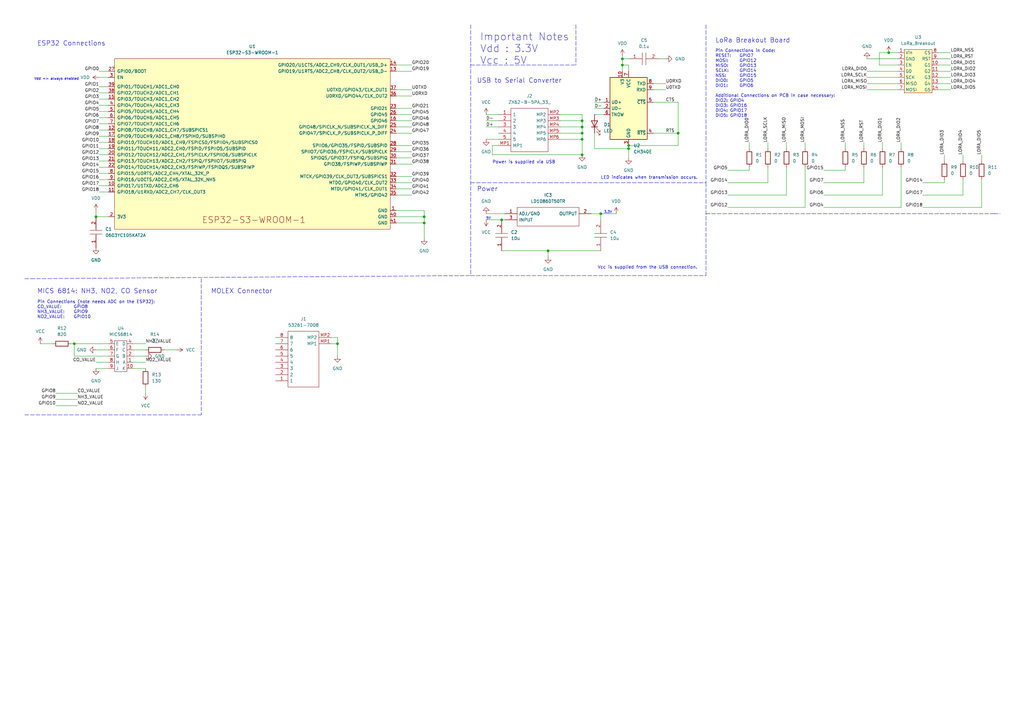
<source format=kicad_sch>
(kicad_sch (version 20211123) (generator eeschema)
  (paper "A3")
  (title_block (title "AirU") (rev "0"))
  (lib_symbols
    (symbol "0603YC104J4T4A:0603YC104J4T4A" (pin_names (offset 0.762))
      (property "Reference" "C" (at 8.89 6.35 0))
      (property "Value" "0603YC104J4T4A" (at 8.89 3.81 0))
      (symbol "0603YC104J4T4A_0_0"
        (pin passive line (at 0 0 0) (length 5.08) (name "~") (number "1"))
        (pin passive line (at 12.7 0 180) (length 5.08) (name "~") (number "2"))
      )
      (symbol "0603YC104J4T4A_0_1"
        (polyline (pts (xy 5.08 0) (xy 5.588 0)) (stroke (width 0.1524)))
        (polyline (pts (xy 5.588 2.54) (xy 5.588 -2.54)) (stroke (width 0.1524)))
        (polyline (pts (xy 7.112 0) (xy 7.62 0)) (stroke (width 0.1524)))
        (polyline (pts (xy 7.112 2.54) (xy 7.112 -2.54)) (stroke (width 0.1524)))
      )
    )
    (symbol "0603YC105KAT2A:0603YC105KAT2A" (pin_names (offset 0.762))
      (property "Reference" "C" (at 8.89 6.35 0))
      (property "Value" "0603YC105KAT2A" (at 8.89 3.81 0))
      (symbol "0603YC105KAT2A_0_0"
        (pin passive line (at 0 0 0) (length 5.08) (name "~") (number "1"))
        (pin passive line (at 12.7 0 180) (length 5.08) (name "~") (number "2"))
      )
      (symbol "0603YC105KAT2A_0_1"
        (polyline (pts (xy 5.08 0) (xy 5.588 0)) (stroke (width 0.1524)))
        (polyline (pts (xy 5.588 2.54) (xy 5.588 -2.54)) (stroke (width 0.1524)))
        (polyline (pts (xy 7.112 0) (xy 7.62 0)) (stroke (width 0.1524)))
        (polyline (pts (xy 7.112 2.54) (xy 7.112 -2.54)) (stroke (width 0.1524)))
      )
    )
    (symbol "0603ZD106KAT2A:0603ZD106KAT2A" (pin_names (offset 0.762))
      (property "Reference" "C" (at 8.89 6.35 0))
      (property "Value" "0603ZD106KAT2A" (at 8.89 3.81 0))
      (symbol "0603ZD106KAT2A_0_0"
        (pin passive line (at 0 0 0) (length 5.08) (name "~") (number "1"))
        (pin passive line (at 12.7 0 180) (length 5.08) (name "~") (number "2"))
      )
      (symbol "0603ZD106KAT2A_0_1"
        (polyline (pts (xy 5.08 0) (xy 5.588 0)) (stroke (width 0.1524)))
        (polyline (pts (xy 5.588 2.54) (xy 5.588 -2.54)) (stroke (width 0.1524)))
        (polyline (pts (xy 7.112 0) (xy 7.62 0)) (stroke (width 0.1524)))
        (polyline (pts (xy 7.112 2.54) (xy 7.112 -2.54)) (stroke (width 0.1524)))
      )
    )
    (symbol "53261-7008:53261-7008" (pin_names (offset 0.762))
      (property "Reference" "J" (at 19.05 7.62 0))
      (property "Value" "53261-7008" (at 19.05 5.08 0))
      (symbol "53261-7008_0_0"
        (pin passive line (at 0 -17.78 0) (length 5.08) (name "1") (number "1"))
        (pin passive line (at 0 -15.24 0) (length 5.08) (name "2") (number "2"))
        (pin passive line (at 0 -12.7 0) (length 5.08) (name "3") (number "3"))
        (pin passive line (at 0 -10.16 0) (length 5.08) (name "4") (number "4"))
        (pin passive line (at 0 -7.62 0) (length 5.08) (name "5") (number "5"))
        (pin passive line (at 0 -5.08 0) (length 5.08) (name "6") (number "6"))
        (pin passive line (at 0 -2.54 0) (length 5.08) (name "7") (number "7"))
        (pin passive line (at 0 0 0) (length 5.08) (name "8") (number "8"))
        (pin passive line (at 22.86 -2.54 180) (length 5.08) (name "MP1") (number "MP1"))
        (pin passive line (at 22.86 0 180) (length 5.08) (name "MP2") (number "MP2"))
      )
      (symbol "53261-7008_0_1"
        (polyline (pts (xy 5.08 2.54) (xy 17.78 2.54) (xy 17.78 -20.32) (xy 5.08 -20.32) (xy 5.08 2.54)) (stroke (width 0.1524)))
      )
    )
    (symbol "Device:LED" (pin_numbers hide) (pin_names (offset 1.016) hide)
      (property "Reference" "D" (at 0 2.54 0))
      (property "Value" "LED" (at 0 -2.54 0))
      (symbol "LED_0_1"
        (polyline (pts (xy -1.27 -1.27) (xy -1.27 1.27)) (stroke (width 0.254)))
        (polyline (pts (xy -1.27 0) (xy 1.27 0)))
        (polyline (pts (xy 1.27 -1.27) (xy 1.27 1.27) (xy -1.27 0) (xy 1.27 -1.27)) (stroke (width 0.254)))
        (polyline (pts (xy -3.048 -0.762) (xy -4.572 -2.286) (xy -3.81 -2.286) (xy -4.572 -2.286) (xy -4.572 -1.524)))
        (polyline (pts (xy -1.778 -0.762) (xy -3.302 -2.286) (xy -2.54 -2.286) (xy -3.302 -2.286) (xy -3.302 -1.524)))
      )
      (symbol "LED_1_1"
        (pin passive line (at -3.81 0 0) (length 2.54) (name "K") (number "1"))
        (pin passive line (at 3.81 0 180) (length 2.54) (name "A") (number "2"))
      )
    )
    (symbol "Device:R" (pin_numbers hide) (pin_names (offset 0))
      (property "Reference" "R" (at 2.032 0 90))
      (property "Value" "R" (at 0 0 90))
      (symbol "R_0_1"
        (rectangle (start -1.016 -2.54) (end 1.016 2.54) (stroke (width 0.254)))
      )
      (symbol "R_1_1"
        (pin passive line (at 0 3.81 270) (length 1.27) (name "~") (number "1"))
        (pin passive line (at 0 -3.81 90) (length 1.27) (name "~") (number "2"))
      )
    )
    (symbol "Espressif:ESP32-S3-WROOM-1" (pin_names (offset 1.016))
      (property "Reference" "U" (at 0 35.56 0))
      (property "Value" "ESP32-S3-WROOM-1" (at 0 -36.83 0))
      (symbol "ESP32-S3-WROOM-1_0_0"
        (rectangle (start -57.15 34.29) (end 55.88 -35.56) (fill (type background)))
        (text "ESP32-S3-WROOM-1" (at 0 -31.75 0) (effects (font (size 2.54 2.54))))
        (pin power_in line (at 58.42 -27.94 180) (length 2.54) (name "GND") (number "1"))
        (pin bidirectional line (at -59.69 -17.78 0) (length 2.54) (name "GPIO17/U1TXD/ADC2_CH6") (number "10"))
        (pin bidirectional line (at -59.69 -20.32 0) (length 2.54) (name "GPIO18/U1RXD/ADC2_CH7/CLK_OUT3") (number "11"))
        (pin bidirectional line (at -59.69 5.08 0) (length 2.54) (name "GPIO8/TOUCH8/ADC1_CH7/SUBSPICS1") (number "12"))
        (pin bidirectional line (at 58.42 29.21 180) (length 2.54) (name "GPIO19/U1RTS/ADC2_CH8/CLK_OUT2/USB_D-") (number "13"))
        (pin bidirectional line (at 58.42 31.75 180) (length 2.54) (name "GPIO20/U1CTS/ADC2_CH9/CLK_OUT1/USB_D+") (number "14"))
        (pin bidirectional line (at -59.69 17.78 0) (length 2.54) (name "GPIO3/TOUCH3/ADC1_CH2") (number "15"))
        (pin bidirectional line (at 58.42 8.89 180) (length 2.54) (name "GPIO46") (number "16"))
        (pin bidirectional line (at -59.69 2.54 0) (length 2.54) (name "GPIO9/TOUCH9/ADC1_CH8/FSPIHD/SUBSPIHD") (number "17"))
        (pin bidirectional line (at -59.69 0 0) (length 2.54) (name "GPIO10/TOUCH10/ADC1_CH9/FSPICS0/FSPIIO4/SUBSPICS0") (number "18"))
        (pin bidirectional line (at -59.69 -2.54 0) (length 2.54) (name "GPIO11/TOUCH11/ADC2_CH0/FSPID/FSPIIO5/SUBSPID") (number "19"))
        (pin power_in line (at -59.69 -30.48 0) (length 2.54) (name "3V3") (number "2"))
        (pin bidirectional line (at -59.69 -5.08 0) (length 2.54) (name "GPIO12/TOUCH12/ADC2_CH1/FSPICLK/FSPIIO6/SUBSPICLK") (number "20"))
        (pin bidirectional line (at -59.69 -7.62 0) (length 2.54) (name "GPIO13/TOUCH13/ADC2_CH2/FSPIQ/FSPIIO7/SUBSPIQ") (number "21"))
        (pin bidirectional line (at -59.69 -10.16 0) (length 2.54) (name "GPIO14/TOUCH14/ADC2_CH3/FSPIWP/FSPIDQS/SUBSPIWP") (number "22"))
        (pin bidirectional line (at 58.42 13.97 180) (length 2.54) (name "GPIO21") (number "23"))
        (pin bidirectional line (at 58.42 3.81 180) (length 2.54) (name "GPIO47/SPICLK_P/SUBSPICLK_P_DIFF") (number "24"))
        (pin bidirectional line (at 58.42 6.35 180) (length 2.54) (name "GPIO48/SPICLK_N/SUBSPICLK_N_DIFF") (number "25"))
        (pin bidirectional line (at 58.42 11.43 180) (length 2.54) (name "GPIO45") (number "26"))
        (pin bidirectional line (at -59.69 29.21 0) (length 2.54) (name "GPIO0/BOOT") (number "27"))
        (pin bidirectional line (at 58.42 -1.27 180) (length 2.54) (name "SPIIO6/GPIO35/FSPID/SUBSPID") (number "28"))
        (pin bidirectional line (at 58.42 -3.81 180) (length 2.54) (name "SPIIO7/GPIO36/FSPICLK/SUBSPICLK") (number "29"))
        (pin input line (at -59.69 26.67 0) (length 2.54) (name "EN") (number "3"))
        (pin bidirectional line (at 58.42 -6.35 180) (length 2.54) (name "SPIDQS/GPIO37/FSPIQ/SUBSPIQ") (number "30"))
        (pin bidirectional line (at 58.42 -8.89 180) (length 2.54) (name "GPIO38/FSPIWP/SUBSPIWP") (number "31"))
        (pin bidirectional line (at 58.42 -13.97 180) (length 2.54) (name "MTCK/GPIO39/CLK_OUT3/SUBSPICS1") (number "32"))
        (pin bidirectional line (at 58.42 -16.51 180) (length 2.54) (name "MTDO/GPIO40/CLK_OUT2") (number "33"))
        (pin bidirectional line (at 58.42 -19.05 180) (length 2.54) (name "MTDI/GPIO41/CLK_OUT1") (number "34"))
        (pin bidirectional line (at 58.42 -21.59 180) (length 2.54) (name "MTMS/GPIO42") (number "35"))
        (pin bidirectional line (at 58.42 19.05 180) (length 2.54) (name "U0RXD/GPIO44/CLK_OUT2") (number "36"))
        (pin bidirectional line (at 58.42 21.59 180) (length 2.54) (name "U0TXD/GPIO43/CLK_OUT1") (number "37"))
        (pin bidirectional line (at -59.69 20.32 0) (length 2.54) (name "GPIO2/TOUCH2/ADC1_CH1") (number "38"))
        (pin bidirectional line (at -59.69 22.86 0) (length 2.54) (name "GPIO1/TOUCH1/ADC1_CH0") (number "39"))
        (pin bidirectional line (at -59.69 15.24 0) (length 2.54) (name "GPIO4/TOUCH4/ADC1_CH3") (number "4"))
        (pin power_in line (at 58.42 -30.48 180) (length 2.54) (name "GND") (number "40"))
        (pin power_in line (at 58.42 -33.02 180) (length 2.54) (name "GND") (number "41"))
        (pin bidirectional line (at -59.69 12.7 0) (length 2.54) (name "GPIO5/TOUCH5/ADC1_CH4") (number "5"))
        (pin bidirectional line (at -59.69 10.16 0) (length 2.54) (name "GPIO6/TOUCH6/ADC1_CH5") (number "6"))
        (pin bidirectional line (at -59.69 7.62 0) (length 2.54) (name "GPIO7/TOUCH7/ADC1_CH6") (number "7"))
        (pin bidirectional line (at -59.69 -12.7 0) (length 2.54) (name "GPIO15/U0RTS/ADC2_CH4/XTAL_32K_P") (number "8"))
        (pin bidirectional line (at -59.69 -15.24 0) (length 2.54) (name "GPIO16/U0CTS/ADC2_CH5/XTAL_32K_NH5") (number "9"))
      )
    )
    (symbol "Interface_USB:CH340E"
      (property "Reference" "U" (at -5.08 13.97 0))
      (property "Value" "CH340E" (at 1.27 13.97 0))
      (symbol "CH340E_0_1"
        (rectangle (start -7.62 12.7) (end 7.62 -12.7) (stroke (width 0.254)) (fill (type background)))
      )
      (symbol "CH340E_1_1"
        (pin bidirectional line (at -10.16 2.54 0) (length 2.54) (name "UD+") (number "1"))
        (pin passive line (at -2.54 15.24 270) (length 2.54) (name "V3") (number "10"))
        (pin bidirectional line (at -10.16 0 0) (length 2.54) (name "UD-") (number "2"))
        (pin power_in line (at 0 -15.24 90) (length 2.54) (name "GND") (number "3"))
        (pin output line (at 10.16 -10.16 180) (length 2.54) (name "~{RTS}") (number "4"))
        (pin input line (at 10.16 2.54 180) (length 2.54) (name "~{CTS}") (number "5"))
        (pin output line (at -10.16 -2.54 0) (length 2.54) (name "TNOW") (number "6"))
        (pin power_in line (at 0 15.24 270) (length 2.54) (name "VCC") (number "7"))
        (pin output line (at 10.16 10.16 180) (length 2.54) (name "TXD") (number "8"))
        (pin input line (at 10.16 7.62 180) (length 2.54) (name "RXD") (number "9"))
      )
    )
    (symbol "LD1086DT50TR:LD1086DT50TR" (pin_names (offset 0.762))
      (property "Reference" "IC" (at 31.75 7.62 0))
      (property "Value" "LD1086DT50TR" (at 31.75 5.08 0))
      (symbol "LD1086DT50TR_0_0"
        (pin passive line (at 0 0 0) (length 5.08) (name "ADJ/GND") (number "1"))
        (pin passive line (at 35.56 0 180) (length 5.08) (name "OUTPUT") (number "2"))
        (pin passive line (at 0 -2.54 0) (length 5.08) (name "INPUT") (number "3"))
      )
      (symbol "LD1086DT50TR_0_1"
        (polyline (pts (xy 5.08 2.54) (xy 30.48 2.54) (xy 30.48 -5.08) (xy 5.08 -5.08) (xy 5.08 2.54)) (stroke (width 0.1524)))
      )
    )
    (symbol "ZX62-B-5PA_33_:ZX62-B-5PA_33_" (pin_names (offset 0.762))
      (property "Reference" "J" (at 21.59 7.62 0))
      (property "Value" "ZX62-B-5PA_33_" (at 21.59 5.08 0))
      (symbol "ZX62-B-5PA_33__0_0"
        (pin passive line (at 0 0 0) (length 5.08) (name "1") (number "1"))
        (pin passive line (at 0 -2.54 0) (length 5.08) (name "2") (number "2"))
        (pin passive line (at 0 -5.08 0) (length 5.08) (name "3") (number "3"))
        (pin passive line (at 0 -7.62 0) (length 5.08) (name "4") (number "4"))
        (pin passive line (at 0 -10.16 0) (length 5.08) (name "5") (number "5"))
        (pin passive line (at 0 -12.7 0) (length 5.08) (name "MP1") (number "MP1"))
        (pin passive line (at 25.4 0 180) (length 5.08) (name "MP2") (number "MP2"))
        (pin passive line (at 25.4 -2.54 180) (length 5.08) (name "MP3") (number "MP3"))
        (pin passive line (at 25.4 -5.08 180) (length 5.08) (name "MP4") (number "MP4"))
        (pin passive line (at 25.4 -7.62 180) (length 5.08) (name "MP5") (number "MP5"))
        (pin passive line (at 25.4 -10.16 180) (length 5.08) (name "MP6") (number "MP6"))
      )
      (symbol "ZX62-B-5PA_33__0_1"
        (polyline (pts (xy 5.08 2.54) (xy 20.32 2.54) (xy 20.32 -15.24) (xy 5.08 -15.24) (xy 5.08 2.54)) (stroke (width 0.1524)))
      )
    )
    (symbol "custom_components:LoRa_Breakout"
      (property "Reference" "U" (at 0 0 0))
      (property "Value" "LoRa_Breakout" (at 0 0 0))
      (symbol "LoRa_Breakout_0_1"
        (rectangle (start -6.35 -2.54) (end 5.08 -20.32) (fill (type background)))
      )
      (symbol "LoRa_Breakout_1_1"
        (pin power_in line (at -8.89 -3.81 0) (length 2.54) (name "Vin") (number "1"))
        (pin bidirectional line (at 7.62 -8.89 180) (length 2.54) (name "G1") (number "10"))
        (pin bidirectional line (at 7.62 -11.43 180) (length 2.54) (name "G2") (number "11"))
        (pin bidirectional line (at 7.62 -13.97 180) (length 2.54) (name "G3") (number "12"))
        (pin bidirectional line (at 7.62 -16.51 180) (length 2.54) (name "G4") (number "13"))
        (pin bidirectional line (at 7.62 -19.05 180) (length 2.54) (name "G5") (number "14"))
        (pin passive line (at -8.89 -6.35 0) (length 2.54) (name "GND") (number "2"))
        (pin input line (at -8.89 -8.89 0) (length 2.54) (name "EN") (number "3"))
        (pin bidirectional line (at -8.89 -11.43 0) (length 2.54) (name "G0") (number "4"))
        (pin input line (at -8.89 -13.97 0) (length 2.54) (name "SCK") (number "5"))
        (pin input line (at -8.89 -16.51 0) (length 2.54) (name "MISO") (number "6"))
        (pin output line (at -8.89 -19.05 0) (length 2.54) (name "MOSI") (number "7"))
        (pin input line (at 7.62 -3.81 180) (length 2.54) (name "CS") (number "8"))
        (pin bidirectional line (at 7.62 -6.35 180) (length 2.54) (name "RST") (number "9"))
      )
    )
    (symbol "custom_components:MICS6814"
      (property "Reference" "U" (at 0 0 0))
      (property "Value" "MICS6814" (at 0 0 0))
      (symbol "MICS6814_0_1"
        (rectangle (start -2.54 -2.54) (end 2.54 -15.24))
      )
      (symbol "MICS6814_1_1"
        (pin output line (at 5.08 -11.43 180) (length 2.54) (name "A") (number "1"))
        (pin power_in line (at 5.08 -13.97 180) (length 2.54) (name "K") (number "10"))
        (pin passive line (at 5.08 -8.89 180) (length 2.54) (name "B") (number "2"))
        (pin power_in line (at 5.08 -6.35 180) (length 2.54) (name "C") (number "3"))
        (pin output line (at 5.08 -3.81 180) (length 2.54) (name "D") (number "4"))
        (pin power_in line (at -5.08 -3.81 0) (length 2.54) (name "E") (number "5"))
        (pin passive line (at -5.08 -6.35 0) (length 2.54) (name "F") (number "6"))
        (pin power_in line (at -5.08 -8.89 0) (length 2.54) (name "G") (number "7"))
        (pin output line (at -5.08 -11.43 0) (length 2.54) (name "H") (number "8"))
        (pin passive line (at -5.08 -13.97 0) (length 2.54) (name "J") (number "9"))
      )
    )
    (symbol "power:GND" (power) (pin_names (offset 0))
      (property "Value" "GND" (at 0 -3.81 0))
      (symbol "GND_0_1"
        (polyline (pts (xy 0 0) (xy 0 -1.27) (xy 1.27 -1.27) (xy 0 -2.54) (xy -1.27 -1.27) (xy 0 -1.27)))
      )
      (symbol "GND_1_1"
        (pin power_in line (at 0 0 270) (length 0) hide (name "GND") (number "1"))
      )
    )
    (symbol "power:VCC" (power) (pin_names (offset 0))
      (property "Value" "VCC" (at 0 3.81 0))
      (symbol "VCC_0_1"
        (polyline (pts (xy -0.762 1.27) (xy 0 2.54)))
        (polyline (pts (xy 0 0) (xy 0 2.54)))
        (polyline (pts (xy 0 2.54) (xy 0.762 1.27)))
      )
      (symbol "VCC_1_1"
        (pin power_in line (at 0 0 90) (length 0) hide (name "VCC") (number "1"))
      )
    )
    (symbol "power:VDD" (power) (pin_names (offset 0))
      (property "Value" "VDD" (at 0 3.81 0))
      (symbol "VDD_0_1"
        (polyline (pts (xy -0.762 1.27) (xy 0 2.54)))
        (polyline (pts (xy 0 0) (xy 0 2.54)))
        (polyline (pts (xy 0 2.54) (xy 0.762 1.27)))
      )
      (symbol "VDD_1_1"
        (pin power_in line (at 0 0 90) (length 0) hide (name "VDD") (number "1"))
      )
    )
  )
  (junction (at 224.79 102.87))
  (junction (at 138.43 140.97))
  (junction (at 238.76 49.53))
  (junction (at 238.76 63.5))
  (junction (at 257.81 59.69))
  (junction (at 39.37 88.9))
  (junction (at 173.99 91.44))
  (junction (at 255.27 26.67))
  (junction (at 238.76 57.15))
  (junction (at 255.27 24.13))
  (junction (at 278.13 54.61))
  (junction (at 246.38 87.63))
  (junction (at 173.99 88.9))
  (junction (at 364.49 21.59))
  (junction (at 238.76 54.61))
  (junction (at 30.48 140.97))
  (junction (at 257.81 60.96))
  (junction (at 238.76 52.07))
  (junction (at 205.74 90.17))
  (polyline (pts (xy 10.16 170.18) (xy 82.55 170.18)))
  (wire (pts (xy 135.89 138.43) (xy 138.43 138.43)))
  (wire (pts (xy 384.81 26.67) (xy 389.89 26.67)))
  (wire (pts (xy 40.64 40.64) (xy 44.45 40.64)))
  (wire (pts (xy 40.64 60.96) (xy 44.45 60.96)))
  (polyline (pts (xy 407.67 87.63) (xy 410.21 87.63)))
  (wire (pts (xy 238.76 57.15) (xy 238.76 54.61)))
  (wire (pts (xy 229.87 54.61) (xy 238.76 54.61)))
  (wire (pts (xy 224.79 102.87) (xy 246.38 102.87)))
  (wire (pts (xy 162.56 67.31) (xy 168.91 67.31)))
  (wire (pts (xy 40.64 73.66) (xy 44.45 73.66)))
  (wire (pts (xy 162.56 36.83) (xy 168.91 36.83)))
  (wire (pts (xy 246.38 87.63) (xy 246.38 90.17)))
  (wire (pts (xy 243.84 44.45) (xy 247.65 44.45)))
  (wire (pts (xy 135.89 140.97) (xy 138.43 140.97)))
  (wire (pts (xy 162.56 44.45) (xy 168.91 44.45)))
  (wire (pts (xy 355.6 31.75) (xy 368.3 31.75)))
  (wire (pts (xy 255.27 26.67) (xy 255.27 29.21)))
  (wire (pts (xy 255.27 26.67) (xy 257.81 26.67)))
  (wire (pts (xy 201.93 59.69) (xy 204.47 59.69)))
  (wire (pts (xy 243.84 54.61) (xy 243.84 60.96)))
  (wire (pts (xy 307.34 68.58) (xy 307.34 69.85)))
  (wire (pts (xy 384.81 31.75) (xy 389.89 31.75)))
  (wire (pts (xy 242.57 87.63) (xy 246.38 87.63)))
  (wire (pts (xy 322.58 68.58) (xy 322.58 80.01)))
  (wire (pts (xy 40.64 71.12) (xy 44.45 71.12)))
  (polyline (pts (xy 236.22 10.16) (xy 236.22 26.67)))
  (wire (pts (xy 369.57 68.58) (xy 369.57 85.09)))
  (wire (pts (xy 138.43 138.43) (xy 138.43 140.97)))
  (wire (pts (xy 238.76 54.61) (xy 238.76 52.07)))
  (wire (pts (xy 162.56 29.21) (xy 168.91 29.21)))
  (wire (pts (xy 22.86 163.83) (xy 31.75 163.83)))
  (wire (pts (xy 246.38 87.63) (xy 252.73 87.63)))
  (wire (pts (xy 30.48 140.97) (xy 44.45 140.97)))
  (wire (pts (xy 173.99 88.9) (xy 173.99 91.44)))
  (wire (pts (xy 199.39 52.07) (xy 204.47 52.07)))
  (wire (pts (xy 162.56 26.67) (xy 168.91 26.67)))
  (wire (pts (xy 354.33 58.42) (xy 354.33 60.96)))
  (wire (pts (xy 39.37 143.51) (xy 44.45 143.51)))
  (wire (pts (xy 199.39 90.17) (xy 205.74 90.17)))
  (wire (pts (xy 54.61 140.97) (xy 59.69 140.97)))
  (wire (pts (xy 40.64 43.18) (xy 44.45 43.18)))
  (wire (pts (xy 346.71 58.42) (xy 346.71 60.96)))
  (wire (pts (xy 40.64 48.26) (xy 44.45 48.26)))
  (wire (pts (xy 162.56 74.93) (xy 168.91 74.93)))
  (wire (pts (xy 307.34 58.42) (xy 307.34 60.96)))
  (wire (pts (xy 205.74 102.87) (xy 224.79 102.87)))
  (polyline (pts (xy 289.56 10.16) (xy 289.56 74.93)))
  (wire (pts (xy 162.56 59.69) (xy 168.91 59.69)))
  (wire (pts (xy 298.45 85.09) (xy 330.2 85.09)))
  (wire (pts (xy 378.46 74.93) (xy 387.35 74.93)))
  (wire (pts (xy 40.64 63.5) (xy 44.45 63.5)))
  (wire (pts (xy 255.27 22.86) (xy 255.27 24.13)))
  (wire (pts (xy 162.56 80.01) (xy 168.91 80.01)))
  (wire (pts (xy 40.64 68.58) (xy 44.45 68.58)))
  (wire (pts (xy 162.56 88.9) (xy 173.99 88.9)))
  (wire (pts (xy 162.56 62.23) (xy 168.91 62.23)))
  (wire (pts (xy 16.51 140.97) (xy 21.59 140.97)))
  (wire (pts (xy 337.82 80.01) (xy 361.95 80.01)))
  (wire (pts (xy 162.56 54.61) (xy 168.91 54.61)))
  (wire (pts (xy 162.56 39.37) (xy 168.91 39.37)))
  (wire (pts (xy 360.68 26.67) (xy 360.68 21.59)))
  (wire (pts (xy 355.6 24.13) (xy 368.3 24.13)))
  (wire (pts (xy 384.81 36.83) (xy 389.89 36.83)))
  (wire (pts (xy 40.64 31.75) (xy 44.45 31.75)))
  (wire (pts (xy 54.61 148.59) (xy 59.69 148.59)))
  (wire (pts (xy 346.71 68.58) (xy 346.71 69.85)))
  (wire (pts (xy 298.45 80.01) (xy 322.58 80.01)))
  (wire (pts (xy 40.64 76.2) (xy 44.45 76.2)))
  (wire (pts (xy 402.59 63.5) (xy 402.59 66.04)))
  (wire (pts (xy 40.64 29.21) (xy 44.45 29.21)))
  (wire (pts (xy 40.64 45.72) (xy 44.45 45.72)))
  (wire (pts (xy 199.39 57.15) (xy 204.47 57.15)))
  (wire (pts (xy 229.87 49.53) (xy 238.76 49.53)))
  (wire (pts (xy 394.97 73.66) (xy 394.97 80.01)))
  (wire (pts (xy 257.81 60.96) (xy 257.81 64.77)))
  (wire (pts (xy 162.56 46.99) (xy 168.91 46.99)))
  (wire (pts (xy 54.61 151.13) (xy 59.69 151.13)))
  (wire (pts (xy 229.87 52.07) (xy 238.76 52.07)))
  (wire (pts (xy 138.43 140.97) (xy 138.43 146.05)))
  (wire (pts (xy 40.64 35.56) (xy 44.45 35.56)))
  (wire (pts (xy 384.81 29.21) (xy 389.89 29.21)))
  (wire (pts (xy 267.97 41.91) (xy 278.13 41.91)))
  (wire (pts (xy 314.96 58.42) (xy 314.96 60.96)))
  (wire (pts (xy 361.95 68.58) (xy 361.95 80.01)))
  (wire (pts (xy 384.81 34.29) (xy 389.89 34.29)))
  (wire (pts (xy 298.45 74.93) (xy 314.96 74.93)))
  (wire (pts (xy 39.37 88.9) (xy 39.37 86.36)))
  (wire (pts (xy 257.81 24.13) (xy 255.27 24.13)))
  (wire (pts (xy 278.13 54.61) (xy 278.13 59.69)))
  (wire (pts (xy 355.6 34.29) (xy 368.3 34.29)))
  (wire (pts (xy 267.97 34.29) (xy 273.05 34.29)))
  (wire (pts (xy 355.6 29.21) (xy 368.3 29.21)))
  (wire (pts (xy 162.56 64.77) (xy 168.91 64.77)))
  (wire (pts (xy 205.74 90.17) (xy 207.01 90.17)))
  (wire (pts (xy 360.68 21.59) (xy 364.49 21.59)))
  (wire (pts (xy 378.46 80.01) (xy 394.97 80.01)))
  (wire (pts (xy 229.87 46.99) (xy 238.76 46.99)))
  (polyline (pts (xy 193.04 74.93) (xy 289.56 74.93)))
  (wire (pts (xy 384.81 21.59) (xy 389.89 21.59)))
  (wire (pts (xy 54.61 146.05) (xy 59.69 146.05)))
  (wire (pts (xy 173.99 86.36) (xy 173.99 88.9)))
  (wire (pts (xy 360.68 26.67) (xy 368.3 26.67)))
  (wire (pts (xy 22.86 161.29) (xy 31.75 161.29)))
  (wire (pts (xy 355.6 36.83) (xy 368.3 36.83)))
  (wire (pts (xy 337.82 69.85) (xy 346.71 69.85)))
  (wire (pts (xy 162.56 77.47) (xy 168.91 77.47)))
  (wire (pts (xy 22.86 166.37) (xy 31.75 166.37)))
  (wire (pts (xy 257.81 26.67) (xy 257.81 29.21)))
  (wire (pts (xy 337.82 74.93) (xy 354.33 74.93)))
  (wire (pts (xy 199.39 87.63) (xy 207.01 87.63)))
  (wire (pts (xy 54.61 143.51) (xy 59.69 143.51)))
  (wire (pts (xy 67.31 143.51) (xy 72.39 143.51)))
  (wire (pts (xy 384.81 24.13) (xy 389.89 24.13)))
  (polyline (pts (xy 82.55 114.3) (xy 82.55 170.18)))
  (wire (pts (xy 40.64 38.1) (xy 44.45 38.1)))
  (wire (pts (xy 162.56 86.36) (xy 173.99 86.36)))
  (wire (pts (xy 199.39 46.99) (xy 204.47 46.99)))
  (wire (pts (xy 267.97 54.61) (xy 278.13 54.61)))
  (wire (pts (xy 40.64 66.04) (xy 44.45 66.04)))
  (wire (pts (xy 257.81 59.69) (xy 278.13 59.69)))
  (wire (pts (xy 243.84 41.91) (xy 247.65 41.91)))
  (wire (pts (xy 162.56 49.53) (xy 168.91 49.53)))
  (wire (pts (xy 387.35 63.5) (xy 387.35 66.04)))
  (wire (pts (xy 40.64 53.34) (xy 44.45 53.34)))
  (wire (pts (xy 162.56 72.39) (xy 168.91 72.39)))
  (wire (pts (xy 364.49 21.59) (xy 368.3 21.59)))
  (wire (pts (xy 361.95 58.42) (xy 361.95 60.96)))
  (wire (pts (xy 255.27 24.13) (xy 255.27 26.67)))
  (wire (pts (xy 257.81 59.69) (xy 257.81 60.96)))
  (wire (pts (xy 40.64 58.42) (xy 44.45 58.42)))
  (wire (pts (xy 402.59 73.66) (xy 402.59 85.09)))
  (wire (pts (xy 39.37 148.59) (xy 44.45 148.59)))
  (wire (pts (xy 162.56 52.07) (xy 168.91 52.07)))
  (wire (pts (xy 337.82 85.09) (xy 369.57 85.09)))
  (wire (pts (xy 59.69 158.75) (xy 59.69 161.29)))
  (wire (pts (xy 243.84 60.96) (xy 257.81 60.96)))
  (wire (pts (xy 394.97 63.5) (xy 394.97 66.04)))
  (wire (pts (xy 40.64 55.88) (xy 44.45 55.88)))
  (wire (pts (xy 40.64 78.74) (xy 44.45 78.74)))
  (wire (pts (xy 278.13 41.91) (xy 278.13 54.61)))
  (wire (pts (xy 298.45 69.85) (xy 307.34 69.85)))
  (wire (pts (xy 238.76 49.53) (xy 238.76 46.99)))
  (wire (pts (xy 322.58 58.42) (xy 322.58 60.96)))
  (wire (pts (xy 224.79 102.87) (xy 224.79 105.41)))
  (wire (pts (xy 39.37 88.9) (xy 44.45 88.9)))
  (wire (pts (xy 354.33 68.58) (xy 354.33 74.93)))
  (polyline (pts (xy 193.04 113.03) (xy 289.56 113.03)))
  (wire (pts (xy 29.21 140.97) (xy 30.48 140.97)))
  (wire (pts (xy 201.93 63.5) (xy 238.76 63.5)))
  (wire (pts (xy 270.51 24.13) (xy 273.05 24.13)))
  (wire (pts (xy 243.84 46.99) (xy 247.65 46.99)))
  (wire (pts (xy 162.56 91.44) (xy 173.99 91.44)))
  (wire (pts (xy 387.35 73.66) (xy 387.35 74.93)))
  (wire (pts (xy 173.99 91.44) (xy 173.99 97.79)))
  (wire (pts (xy 330.2 68.58) (xy 330.2 85.09)))
  (wire (pts (xy 238.76 52.07) (xy 238.76 49.53)))
  (wire (pts (xy 199.39 49.53) (xy 204.47 49.53)))
  (wire (pts (xy 30.48 146.05) (xy 44.45 146.05)))
  (polyline (pts (xy 12.7 114.3) (xy 193.04 113.03)))
  (wire (pts (xy 229.87 57.15) (xy 238.76 57.15)))
  (wire (pts (xy 30.48 146.05) (xy 30.48 140.97)))
  (wire (pts (xy 201.93 59.69) (xy 201.93 63.5)))
  (wire (pts (xy 267.97 36.83) (xy 273.05 36.83)))
  (polyline (pts (xy 289.56 87.63) (xy 407.67 87.63)))
  (polyline (pts (xy 193.04 26.67) (xy 236.22 26.67)))
  (polyline (pts (xy 10.16 114.3) (xy 12.7 114.3)))
  (wire (pts (xy 378.46 85.09) (xy 402.59 85.09)))
  (wire (pts (xy 314.96 68.58) (xy 314.96 74.93)))
  (polyline (pts (xy 193.04 10.16) (xy 193.04 113.03)))
  (polyline (pts (xy 289.56 74.93) (xy 289.56 113.03)))
  (wire (pts (xy 40.64 50.8) (xy 44.45 50.8)))
  (wire (pts (xy 369.57 58.42) (xy 369.57 60.96)))
  (wire (pts (xy 238.76 63.5) (xy 238.76 57.15)))
  (wire (pts (xy 330.2 58.42) (xy 330.2 60.96)))
  (wire (pts (xy 39.37 151.13) (xy 44.45 151.13)))
  (text "LoRa Breakout Board\n" (at 293.37 17.78 0) (effects (font (size 1.905 1.905)) (justify left bottom)))
  (text "Pin Connections in Code:\nRESET:	GPIO7\nMOSI:	GPIO12\nMISO:	GPIO13\nSCLK:	GPIO14\nNSS:	GPIO15\nDIO0:	GPIO5\nDIO1:	GPIO6\n\nAdditional Connections on PCB in case necessary:\nDIO2: GPIO4\nDIO3: GPIO16\nDIO4: GPIO17\nDIO5: GPIO18" (at 293.37 48.26 0) (effects (font (size 1.27 1.27)) (justify left bottom)))
  (text "Vcc is supplied from the USB connection." (at 245.11 110.49 0) (effects (font (size 1.27 1.27)) (justify left bottom)))
  (text "MOLEX Connector" (at 111.76 120.65 180) (effects (font (size 1.905 1.905)) (justify right bottom)))
  (text "Vdd => always enabled" (at 13.97 33.02 0) (effects (font (size 1 1)) (justify left bottom)))
  (text "5V" (at 199.39 90.17 0) (effects (font (size 1 1)) (justify left bottom)))
  (text "USB to Serial Converter\n" (at 195.58 34.29 0) (effects (font (size 1.905 1.905)) (justify left bottom)))
  (text "LED indicates when transmission occurs." (at 246.38 73.66 0) (effects (font (size 1.27 1.27)) (justify left bottom)))
  (text "Important Notes\nVdd : 3.3V\nVcc : 5V\n" (at 196.85 26.67 0) (effects (font (size 3 3)) (justify left bottom)))
  (text "MICS 6814: NH3, NO2, CO Sensor" (at 15.24 120.65 0) (effects (font (size 1.905 1.905)) (justify left bottom)))
  (text "Pin Connections (note needs ADC on the ESP32):\nCO_VALUE:	GPIO8\nNH3_VALUE:	GPIO9\nNO2_VALUE:	GPIO10" (at 15.24 130.81 0) (effects (font (size 1.27 1.27)) (justify left bottom)))
  (text "Power is supplied via USB\n" (at 201.93 67.31 0) (effects (font (size 1.27 1.27)) (justify left bottom)))
  (text "3.3V" (at 247.65 87.63 0) (effects (font (size 1 1)) (justify left bottom)))
  (text "ESP32 Connections\n" (at 15.24 19.05 0) (effects (font (size 1.905 1.905)) (justify left bottom)))
  (text "Power\n" (at 195.58 78.74 0) (effects (font (size 1.905 1.905)) (justify left bottom)))
  (label "GPIO0" (at 40.64 29.21 180))
  (label "GPIO48" (at 168.91 52.07 0))
  (label "GPIO17" (at 378.46 80.01 180))
  (label "GPIO45" (at 168.91 46.99 0))
  (label "LORA_DIO3" (at 389.89 31.75 0))
  (label "GPIO10" (at 40.64 58.42 180))
  (label "U0TXD" (at 273.05 36.83 0))
  (label "GPIO35" (at 168.91 59.69 0))
  (label "GPIO13" (at 298.45 80.01 180))
  (label "U0RXD" (at 168.91 39.37 0))
  (label "D+" (at 199.39 52.07 0))
  (label "GPIO12" (at 40.64 63.5 180))
  (label "LORA_DIO4" (at 389.89 34.29 0))
  (label "GPIO20" (at 168.91 26.67 0))
  (label "U0TXD" (at 168.91 36.83 0))
  (label "LORA_NSS" (at 346.71 58.42 90))
  (label "GPIO9" (at 22.86 163.83 180))
  (label "GPIO41" (at 168.91 77.47 0))
  (label "GPIO7" (at 40.64 50.8 180))
  (label "LORA_DIO1" (at 361.95 58.42 90))
  (label "NH3_VALUE" (at 59.69 140.97 0))
  (label "LORA_DIO5" (at 389.89 36.83 0))
  (label "GPIO38" (at 168.91 67.31 0))
  (label "U0RXD" (at 273.05 34.29 0))
  (label "GPIO6" (at 40.64 48.26 180))
  (label "LORA_DIO0" (at 355.6 29.21 180))
  (label "LORA_SCLK" (at 314.96 58.42 90))
  (label "GPIO17" (at 40.64 76.2 180))
  (label "GPIO14" (at 298.45 74.93 180))
  (label "LORA_DIO3" (at 387.35 63.5 90))
  (label "GPIO14" (at 378.46 74.93 180))
  (label "LORA_DIO2" (at 389.89 29.21 0))
  (label "LORA_DIO1" (at 389.89 26.67 0))
  (label "LORA_MISO" (at 322.58 58.42 90))
  (label "GPIO18" (at 378.46 85.09 180))
  (label "GPIO6" (at 337.82 80.01 180))
  (label "GPIO39" (at 168.91 72.39 0))
  (label "LORA_MOSI" (at 330.2 58.42 90))
  (label "GPIO37" (at 168.91 64.77 0))
  (label "GPIO9" (at 40.64 55.88 180))
  (label "D-" (at 243.84 44.45 0))
  (label "LORA_RST" (at 389.89 24.13 0))
  (label "GPIO8" (at 22.86 161.29 180))
  (label "D+" (at 243.84 41.91 0))
  (label "GPIO19" (at 168.91 29.21 0))
  (label "GPIO18" (at 40.64 78.74 180))
  (label "LORA_NSS" (at 389.89 21.59 0))
  (label "NH3_VALUE" (at 31.75 163.83 0))
  (label "GPIO4" (at 337.82 85.09 180))
  (label "LORA_RST" (at 354.33 58.42 90))
  (label "CTS" (at 273.05 41.91 0))
  (label "D-" (at 199.39 49.53 0))
  (label "GPIO5" (at 298.45 69.85 180))
  (label "CO_VALUE" (at 31.75 161.29 0))
  (label "LORA_SCLK" (at 355.6 31.75 180))
  (label "GPIO14" (at 40.64 68.58 180))
  (label "GPIO5" (at 40.64 45.72 180))
  (label "GPIO15" (at 337.82 69.85 180))
  (label "LORA_DIO4" (at 394.97 63.5 90))
  (label "LORA_MOSI" (at 355.6 36.83 180))
  (label "LORA_DIO0" (at 307.34 58.42 90))
  (label "GPIO16" (at 40.64 73.66 180))
  (label "LORA_DIO2" (at 369.57 58.42 90))
  (label "GPIO46" (at 168.91 49.53 0))
  (label "GPIO13" (at 40.64 66.04 180))
  (label "GPIO40" (at 168.91 74.93 0))
  (label "NO2_VALUE" (at 59.69 148.59 0))
  (label "GPIO2" (at 40.64 38.1 180))
  (label "GPIO47" (at 168.91 54.61 0))
  (label "NO2_VALUE" (at 31.75 166.37 0))
  (label "GPIO4" (at 40.64 43.18 180))
  (label "GPIO8" (at 40.64 53.34 180))
  (label "GPIO1" (at 40.64 35.56 180))
  (label "GPIO7" (at 337.82 74.93 180))
  (label "GPIO36" (at 168.91 62.23 0))
  (label "CO_VALUE" (at 39.37 148.59 180))
  (label "RTS" (at 273.05 54.61 0))
  (label "GPIO3" (at 40.64 40.64 180))
  (label "LORA_MISO" (at 355.6 34.29 180))
  (label "GPIO11" (at 40.64 60.96 180))
  (label "GPIO10" (at 22.86 166.37 180))
  (label "LORA_DIO5" (at 402.59 63.5 90))
  (label "GPIO12" (at 298.45 85.09 180))
  (label "GPIO15" (at 40.64 71.12 180))
  (label "GPIO21" (at 168.91 44.45 0))
  (label "GPIO42" (at 168.91 80.01 0))
  (symbol (lib_id "LD1086DT50TR:LD1086DT50TR") (at 207.01 87.63 0) (unit 1)
    (property "Reference" "IC3" (at 224.79 80.01 0))
    (property "Value" "LD1086DT50TR" (at 224.79 82.55 0))
    (property "Footprint" "LD1086DT50TR:LD1086DT33TR" (effects hide))
    (property "Datasheet" "https://www.st.com/resource/en/datasheet/ld1086.pdf" (effects hide))
    (property "Description" "STMicroelectronics LD1086DT50TR, LDO Regulator, 1.5A, 5 V 3-Pin, DPAK" (effects hide))
    (property "Height" "2.4" (effects hide))
    (property "Mouser Part Number" "511-LD1086DT50TR" (effects hide))
    (property "Mouser Price/Stock" "https://www.mouser.co.uk/ProductDetail/STMicroelectronics/LD1086DT50TR?qs=22WmWNTp1rokTqd3JqiONw%3D%3D" (effects hide))
    (property "Manufacturer_Name" "STMicroelectronics" (effects hide))
    (property "Manufacturer_Part_Number" "LD1086DT50TR" (effects hide))
  )
  (symbol (lib_id "0603ZD106KAT2A:0603ZD106KAT2A") (at 246.38 102.87 90) (unit 1)
    (property "Reference" "C4" (at 250.19 95.2499 90) (effects (justify right)))
    (property "Value" "10u" (at 250.19 97.7899 90) (effects (justify right)))
    (property "Footprint" "0603ZDD106KAT2A:CAPC1608X90N" (effects hide))
    (property "Datasheet" "https://componentsearchengine.com/Datasheets/1/06031A100FAT2A.pdf" (effects hide))
    (property "Description" "Multilayer Ceramic Capacitors MLCC - SMD/SMT 10V 10uF X5R 0603 10%TOL" (effects hide))
    (property "Height" "0.9" (effects hide))
    (property "Mouser Part Number" "581-0603ZD106KAT2A" (effects hide))
    (property "Mouser Price/Stock" "https://www.mouser.co.uk/ProductDetail/AVX/0603ZD106KAT2A?qs=c1aAEamvUYHQhwHZOF6y0Q%3D%3D" (effects hide))
    (property "Manufacturer_Name" "AVX" (effects hide))
    (property "Manufacturer_Part_Number" "0603ZD106KAT2A" (effects hide))
  )
  (symbol (lib_id "Device:R") (at 361.95 64.77 0) (unit 1)
    (property "Reference" "R7" (at 364.49 63.4999 0) (effects (justify left)))
    (property "Value" "0" (at 364.49 66.0399 0) (effects (justify left)))
    (property "Footprint" "Resistor_SMD:R_0603_1608Metric" (effects hide))
  )
  (symbol (lib_id "Device:R") (at 314.96 64.77 0) (unit 1)
    (property "Reference" "R2" (at 317.5 63.4999 0) (effects (justify left)))
    (property "Value" "0" (at 317.5 66.0399 0) (effects (justify left)))
    (property "Footprint" "Resistor_SMD:R_0603_1608Metric" (effects hide))
  )
  (symbol (lib_id "Espressif:ESP32-S3-WROOM-1") (at 104.14 58.42 0) (unit 1)
    (property "Reference" "U1" (at 103.505 19.05 0))
    (property "Value" "ESP32-S3-WROOM-1" (at 103.505 21.59 0))
    (property "Footprint" "Espressif:ESP32-S3-WROOM-1" (effects hide))
    (property "Datasheet" "https://www.espressif.com/sites/default/files/documentation/esp32-s3-wroom-1_wroom-1u_datasheet_en.pdf" (effects hide))
  )
  (symbol (lib_id "custom_components:MICS6814") (at 49.53 137.16 0) (unit 1)
    (property "Reference" "U4" (at 49.53 134.62 0))
    (property "Value" "MICS6814" (at 49.53 137.16 0))
    (property "Footprint" "chem_air_u_footprints:PLCC125P750X550X150-16N" (effects hide))
  )
  (symbol (lib_id "custom_components:LoRa_Breakout") (at 377.19 17.78 0) (unit 1)
    (property "Reference" "U3" (at 376.555 15.24 0))
    (property "Value" "LoRa_Breakout" (at 376.555 17.78 0))
    (property "Footprint" "custom_components:LoRa_Breakout" (effects hide))
  )
  (symbol (lib_id "0603YC104J4T4A:0603YC104J4T4A") (at 257.81 24.13 0) (unit 1)
    (property "Reference" "C5" (at 264.16 16.51 0))
    (property "Value" "0.1u" (at 264.16 19.05 0))
    (property "Footprint" "0603YC104J4T4A:CAPC1608X90N" (effects hide))
    (property "Datasheet" "https://componentsearchengine.com/Datasheets/1/06031A100FAT2A.pdf" (effects hide))
    (property "Description" "Multilayer Ceramic Capacitors MLCC - SMD/SMT 16V .1uF X7R 0603 Tol 5% AEC-Q200" (effects hide))
    (property "Height" "0.9" (effects hide))
    (property "Mouser Part Number" "581-0603YC104J4T4A" (effects hide))
    (property "Mouser Price/Stock" "https://www.mouser.co.uk/ProductDetail/AVX/0603YC104J4T4A?qs=Cej1j9ztgjFyuPBXcKRKGA%3D%3D" (effects hide))
    (property "Manufacturer_Name" "AVX" (effects hide))
    (property "Manufacturer_Part_Number" "0603YC104J4T4A" (effects hide))
  )
  (symbol (lib_id "power:GND") (at 199.39 87.63 180) (unit 1)
    (property "Reference" "#PWR0110" (effects hide))
    (property "Value" "GND" (at 199.39 82.55 0))
  )
  (symbol (lib_id "power:VDD") (at 40.64 31.75 90) (unit 1)
    (property "Reference" "#PWR0103" (effects hide))
    (property "Value" "VDD" (at 36.83 31.7499 90) (effects (justify left)))
  )
  (symbol (lib_id "Device:R") (at 346.71 64.77 0) (unit 1)
    (property "Reference" "R5" (at 349.25 63.4999 0) (effects (justify left)))
    (property "Value" "0" (at 349.25 66.0399 0) (effects (justify left)))
    (property "Footprint" "Resistor_SMD:R_0603_1608Metric" (effects hide))
  )
  (symbol (lib_id "power:GND") (at 138.43 146.05 0) (unit 1)
    (property "Reference" "#PWR?" (effects hide))
    (property "Value" "GND" (at 138.43 151.13 0))
  )
  (symbol (lib_id "power:GND") (at 257.81 64.77 0) (unit 1)
    (property "Reference" "#PWR0107" (effects hide))
    (property "Value" "GND" (at 257.81 69.85 0))
  )
  (symbol (lib_id "Device:R") (at 322.58 64.77 0) (unit 1)
    (property "Reference" "R3" (at 325.12 63.4999 0) (effects (justify left)))
    (property "Value" "0" (at 325.12 66.0399 0) (effects (justify left)))
    (property "Footprint" "Resistor_SMD:R_0603_1608Metric" (effects hide))
  )
  (symbol (lib_id "Device:R") (at 330.2 64.77 0) (unit 1)
    (property "Reference" "R4" (at 332.74 63.4999 0) (effects (justify left)))
    (property "Value" "0" (at 332.74 66.0399 0) (effects (justify left)))
    (property "Footprint" "Resistor_SMD:R_0603_1608Metric" (effects hide))
  )
  (symbol (lib_id "0603YC105KAT2A:0603YC105KAT2A") (at 39.37 101.6 90) (unit 1)
    (property "Reference" "C1" (at 43.18 93.9799 90) (effects (justify right)))
    (property "Value" "0603YC105KAT2A" (at 43.18 96.5199 90) (effects (justify right)))
    (property "Footprint" "0603YC105KAT2A:CAPC1608X94N" (effects hide))
    (property "Datasheet" "https://spicat.kyocera-avx.com/product/mlcc/chartview/0603YC105KAT2A#dim" (effects hide))
    (property "Description" "AVX - 0603YC105KAT2A - CAP, MLCC, X7R, 1UF, 16V, 0603" (effects hide))
    (property "Height" "0.94" (effects hide))
    (property "Mouser Part Number" "581-0603YC105KAT2A" (effects hide))
    (property "Mouser Price/Stock" "https://www.mouser.co.uk/ProductDetail/AVX/0603YC105KAT2A?qs=oZHZyJ9sPsF0nYEZ1SOhJA%3D%3D" (effects hide))
    (property "Manufacturer_Name" "AVX" (effects hide))
    (property "Manufacturer_Part_Number" "0603YC105KAT2A" (effects hide))
  )
  (symbol (lib_id "Device:R") (at 63.5 143.51 90) (unit 1)
    (property "Reference" "R14" (at 63.5 137.16 90))
    (property "Value" "27" (at 63.5 139.7 90))
    (property "Footprint" "Resistor_SMD:R_0603_1608Metric" (effects hide))
  )
  (symbol (lib_id "Device:R") (at 394.97 69.85 0) (unit 1)
    (property "Reference" "R10" (at 397.51 68.5799 0) (effects (justify left)))
    (property "Value" "0" (at 397.51 71.1199 0) (effects (justify left)))
    (property "Footprint" "Resistor_SMD:R_0603_1608Metric" (effects hide))
  )
  (symbol (lib_id "Interface_USB:CH340E") (at 257.81 44.45 0) (unit 1)
    (property "Reference" "U2" (at 259.8294 59.69 0) (effects (justify left)))
    (property "Value" "CH340E" (at 259.8294 62.23 0) (effects (justify left)))
    (property "Footprint" "Package_SO:MSOP-10_3x3mm_P0.5mm" (effects hide))
    (property "Datasheet" "https://www.mpja.com/download/35227cpdata.pdf" (effects hide))
  )
  (symbol (lib_id "ZX62-B-5PA_33_:ZX62-B-5PA_33_") (at 204.47 46.99 0) (unit 1)
    (property "Reference" "J2" (at 217.17 39.37 0))
    (property "Value" "ZX62-B-5PA_33_" (at 217.17 41.91 0))
    (property "Footprint" "ZX62-B-5PA_33_:ZX62B5PA33" (effects hide))
    (property "Datasheet" "https://www.hirose.com/product/download/?distributor=digikey&type=specSheet&lang=en&num=ZX62-B-5PA(33)" (effects hide))
    (property "Description" "USB Connectors MICRO B RECEPT RA SMT BTTM MNT" (effects hide))
    (property "Height" "3" (effects hide))
    (property "Mouser Part Number" "798-ZX62-B-5PA33" (effects hide))
    (property "Mouser Price/Stock" "https://www.mouser.co.uk/ProductDetail/Hirose-Connector/ZX62-B-5PA33?qs=IvjI65BR3TWOr0fx8JTXXw%3D%3D" (effects hide))
    (property "Manufacturer_Name" "Hirose" (effects hide))
    (property "Manufacturer_Part_Number" "ZX62-B-5PA(33)" (effects hide))
  )
  (symbol (lib_id "power:GND") (at 39.37 101.6 0) (unit 1)
    (property "Reference" "#PWR0102" (effects hide))
    (property "Value" "GND" (at 39.37 106.68 0))
  )
  (symbol (lib_id "power:GND") (at 39.37 151.13 0) (unit 1)
    (property "Reference" "#PWR0122" (effects hide))
    (property "Value" "GND" (at 39.37 156.21 0))
  )
  (symbol (lib_id "power:GND") (at 59.69 146.05 90) (unit 1)
    (property "Reference" "#PWR0118" (effects hide))
    (property "Value" "GND" (at 63.5 146.0499 90) (effects (justify right)))
  )
  (symbol (lib_id "power:VDD") (at 364.49 21.59 0) (unit 1)
    (property "Reference" "#PWR0114" (effects hide))
    (property "Value" "VDD" (at 364.49 16.51 0))
  )
  (symbol (lib_id "power:GND") (at 173.99 97.79 0) (unit 1)
    (property "Reference" "#PWR0101" (effects hide))
    (property "Value" "GND" (at 173.99 102.87 0))
  )
  (symbol (lib_id "power:VCC") (at 72.39 143.51 270) (unit 1)
    (property "Reference" "#PWR0119" (effects hide))
    (property "Value" "VCC" (at 76.2 143.5099 90) (effects (justify left)))
  )
  (symbol (lib_id "53261-7008:53261-7008") (at 113.03 138.43 0) (unit 1)
    (property "Reference" "J1" (at 124.46 130.81 0))
    (property "Value" "53261-7008" (at 124.46 133.35 0))
    (property "Footprint" "53261-7008:532617008" (effects hide))
    (property "Datasheet" "https://componentsearchengine.com/Datasheets/1/53261-7008.pdf" (effects hide))
    (property "Description" "1.25mm Pitch, PicoBlade PCB Header, Single Row, Right-Angle, Surface Mount, Gold (Au) Plating, Friction Lock,  Circuits, Tape and Reel" (effects hide))
    (property "Height" "3.4" (effects hide))
    (property "Mouser Part Number" "538-53261-7008" (effects hide))
    (property "Mouser Price/Stock" "https://www.mouser.co.uk/ProductDetail/Molex/53261-7008?qs=0lSvoLzn4L%2FGiHchImg8rw%3D%3D" (effects hide))
    (property "Manufacturer_Name" "Molex" (effects hide))
    (property "Manufacturer_Part_Number" "53261-7008" (effects hide))
  )
  (symbol (lib_id "power:VDD") (at 255.27 22.86 0) (unit 1)
    (property "Reference" "#PWR0105" (effects hide))
    (property "Value" "VDD" (at 255.27 17.78 0))
  )
  (symbol (lib_id "power:VCC") (at 199.39 46.99 0) (unit 1)
    (property "Reference" "#PWR0112" (effects hide))
    (property "Value" "VCC" (at 199.39 41.91 0))
  )
  (symbol (lib_id "0603ZD106KAT2A:0603ZD106KAT2A") (at 205.74 102.87 90) (unit 1)
    (property "Reference" "C2" (at 209.55 95.2499 90) (effects (justify right)))
    (property "Value" "10u" (at 209.55 97.7899 90) (effects (justify right)))
    (property "Footprint" "0603ZDD106KAT2A:CAPC1608X90N" (effects hide))
    (property "Datasheet" "https://componentsearchengine.com/Datasheets/1/06031A100FAT2A.pdf" (effects hide))
    (property "Description" "Multilayer Ceramic Capacitors MLCC - SMD/SMT 10V 10uF X5R 0603 10%TOL" (effects hide))
    (property "Height" "0.9" (effects hide))
    (property "Mouser Part Number" "581-0603ZD106KAT2A" (effects hide))
    (property "Mouser Price/Stock" "https://www.mouser.co.uk/ProductDetail/AVX/0603ZD106KAT2A?qs=c1aAEamvUYHQhwHZOF6y0Q%3D%3D" (effects hide))
    (property "Manufacturer_Name" "AVX" (effects hide))
    (property "Manufacturer_Part_Number" "0603ZD106KAT2A" (effects hide))
  )
  (symbol (lib_id "Device:R") (at 354.33 64.77 0) (unit 1)
    (property "Reference" "R6" (at 356.87 63.4999 0) (effects (justify left)))
    (property "Value" "0" (at 356.87 66.0399 0) (effects (justify left)))
    (property "Footprint" "Resistor_SMD:R_0603_1608Metric" (effects hide))
  )
  (symbol (lib_id "Device:R") (at 402.59 69.85 0) (unit 1)
    (property "Reference" "R11" (at 405.13 68.5799 0) (effects (justify left)))
    (property "Value" "0" (at 405.13 71.1199 0) (effects (justify left)))
    (property "Footprint" "Resistor_SMD:R_0603_1608Metric" (effects hide))
  )
  (symbol (lib_id "power:GND") (at 39.37 143.51 270) (unit 1)
    (property "Reference" "#PWR0121" (effects hide))
    (property "Value" "GND" (at 35.56 143.5099 90) (effects (justify right)))
  )
  (symbol (lib_id "power:GND") (at 355.6 24.13 180) (unit 1)
    (property "Reference" "#PWR0115" (effects hide))
    (property "Value" "GND" (at 355.6 19.05 0))
  )
  (symbol (lib_id "power:GND") (at 224.79 105.41 0) (unit 1)
    (property "Reference" "#PWR0113" (effects hide))
    (property "Value" "GND" (at 224.79 110.49 0))
  )
  (symbol (lib_id "power:GND") (at 238.76 63.5 0) (unit 1)
    (property "Reference" "#PWR0106" (effects hide))
    (property "Value" "GND" (at 238.76 68.58 0))
  )
  (symbol (lib_id "power:GND") (at 199.39 57.15 0) (unit 1)
    (property "Reference" "#PWR0109" (effects hide))
    (property "Value" "GND" (at 199.39 62.23 0))
  )
  (symbol (lib_id "power:VDD") (at 39.37 86.36 0) (unit 1)
    (property "Reference" "#PWR0104" (effects hide))
    (property "Value" "VDD" (at 39.37 81.28 0))
  )
  (symbol (lib_id "Device:LED") (at 243.84 50.8 90) (unit 1)
    (property "Reference" "D1" (at 247.65 51.1174 90) (effects (justify right)))
    (property "Value" "LED" (at 247.65 53.6574 90) (effects (justify right)))
    (property "Footprint" "LED_SMD:LED_0603_1608Metric" (effects hide))
  )
  (symbol (lib_id "Device:R") (at 59.69 154.94 180) (unit 1)
    (property "Reference" "R13" (at 62.23 153.6699 0) (effects (justify right)))
    (property "Value" "130" (at 62.23 156.2099 0) (effects (justify right)))
    (property "Footprint" "Resistor_SMD:R_0603_1608Metric" (effects hide))
  )
  (symbol (lib_id "Device:R") (at 25.4 140.97 270) (unit 1)
    (property "Reference" "R12" (at 25.4 134.62 90))
    (property "Value" "820" (at 25.4 137.16 90))
    (property "Footprint" "Resistor_SMD:R_0603_1608Metric" (effects hide))
  )
  (symbol (lib_id "power:VCC") (at 199.39 90.17 180) (unit 1)
    (property "Reference" "#PWR0111" (effects hide))
    (property "Value" "VCC" (at 199.39 95.25 0))
  )
  (symbol (lib_id "power:VCC") (at 16.51 140.97 0) (unit 1)
    (property "Reference" "#PWR0120" (effects hide))
    (property "Value" "VCC" (at 16.51 135.89 0))
  )
  (symbol (lib_id "Device:R") (at 307.34 64.77 0) (unit 1)
    (property "Reference" "R1" (at 309.88 63.4999 0) (effects (justify left)))
    (property "Value" "0" (at 309.88 66.0399 0) (effects (justify left)))
    (property "Footprint" "Resistor_SMD:R_0603_1608Metric" (effects hide))
  )
  (symbol (lib_id "Device:R") (at 369.57 64.77 0) (unit 1)
    (property "Reference" "R8" (at 372.11 63.4999 0) (effects (justify left)))
    (property "Value" "0" (at 372.11 66.0399 0) (effects (justify left)))
    (property "Footprint" "Resistor_SMD:R_0603_1608Metric" (effects hide))
  )
  (symbol (lib_id "power:VCC") (at 59.69 161.29 180) (unit 1)
    (property "Reference" "#PWR0117" (effects hide))
    (property "Value" "VCC" (at 59.69 166.37 0))
  )
  (symbol (lib_id "power:GND") (at 273.05 24.13 90) (unit 1)
    (property "Reference" "#PWR0116" (effects hide))
    (property "Value" "GND" (at 276.86 24.1299 90) (effects (justify right)))
  )
  (symbol (lib_id "Device:R") (at 387.35 69.85 0) (unit 1)
    (property "Reference" "R9" (at 389.89 68.5799 0) (effects (justify left)))
    (property "Value" "0" (at 389.89 71.1199 0) (effects (justify left)))
    (property "Footprint" "Resistor_SMD:R_0603_1608Metric" (effects hide))
  )
  (symbol (lib_id "power:VDD") (at 252.73 87.63 0) (unit 1)
    (property "Reference" "#PWR0108" (effects hide))
    (property "Value" "VDD" (at 252.73 82.55 0))
  )
)
</source>
